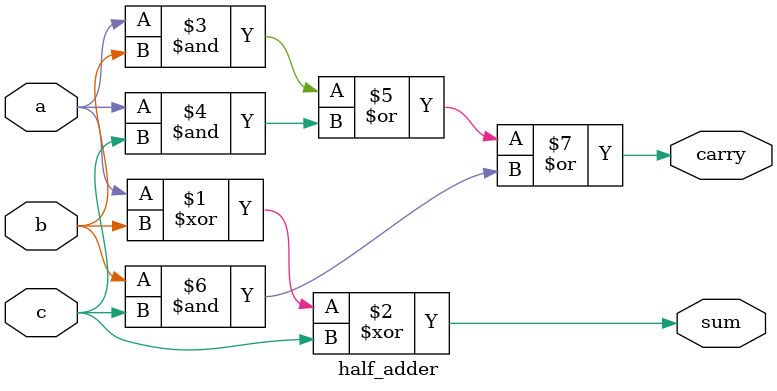
<source format=v>
 

module half_adder(a,b,c,sum,carry);
  input a,b,c;
  output sum,carry;
  
  assign sum = a ^ b ^ c;
  assign carry = (a & b) | (a & c) | (b & c) ;
endmodule


</source>
